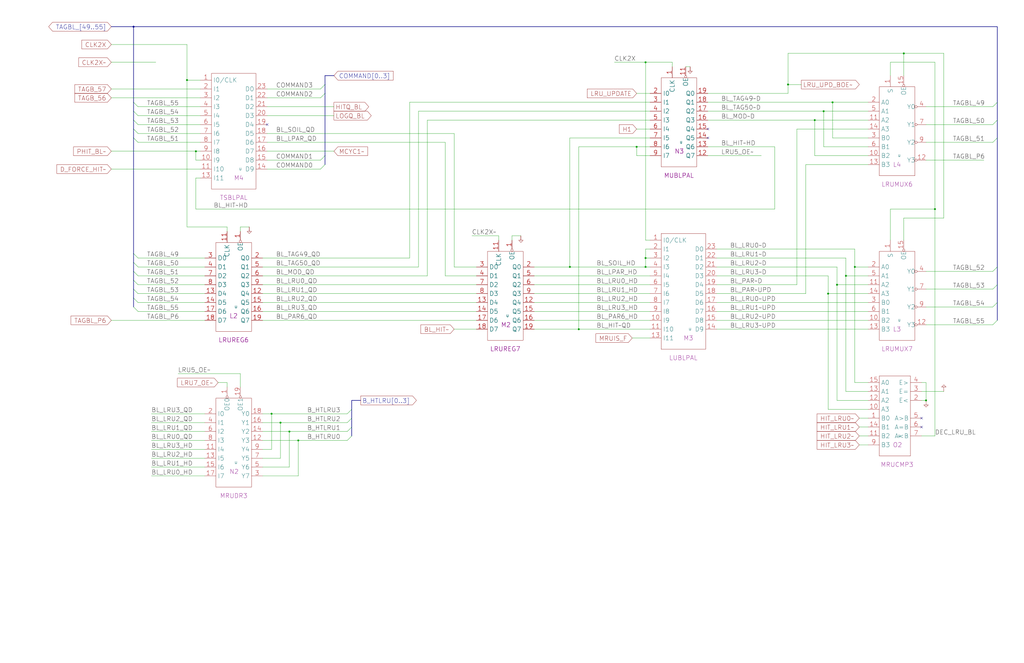
<source format=kicad_sch>
(kicad_sch (version 20220404) (generator eeschema)
  (paper "User" 584.2 378.46)
  (title_block (title "LRU LOGIC\\nPLANE B_LATE") (date "08-MAR-90") (rev "0.0") (comment 1 "MEM32 BOARD") (comment 2 "232-003066") (comment 3 "S400") (comment 4 "RELEASED"))
  (lib_symbols
    (symbol "r1000:F244" (pin_names (offset 1.016))
      (property "Reference" "U" (at 2.54 5.08 0))
      (property "Value" "F244" (at -3.81 -7.62 0))
      (property "Location" "___" (at -1.27 0 0))
      (property "Name" "______" (at 1.27 -15.24 0))
      (symbol "F244_1_1"
        (rectangle (start -8.89 41.91) (end 11.43 -8.89))
        (circle (center -2.54 42.545) (radius 0.635))
        (circle (center 5.08 42.545) (radius 0.635))
        (pin input line (at -2.54 48.26 270) (length 5.08) (name "OE0") (number "1"))
        (pin input line (at -15.24 12.7 0) (length 6.35) (name "I4") (number "11"))
        (pin tri_state line (at 17.78 17.78 180) (length 6.35) (name "Y3") (number "12"))
        (pin input line (at -15.24 7.62 0) (length 6.35) (name "I5") (number "13"))
        (pin tri_state line (at 17.78 22.86 180) (length 6.35) (name "Y2") (number "14"))
        (pin input line (at -15.24 2.54 0) (length 6.35) (name "I6") (number "15"))
        (pin tri_state line (at 17.78 27.94 180) (length 6.35) (name "Y1") (number "16"))
        (pin input line (at -15.24 -2.54 0) (length 6.35) (name "I7") (number "17"))
        (pin tri_state line (at 17.78 33.02 180) (length 6.35) (name "Y0") (number "18"))
        (pin input line (at 5.08 48.26 270) (length 5.08) (name "OE1") (number "19"))
        (pin input line (at -15.24 33.02 0) (length 6.35) (name "I0") (number "2"))
        (pin tri_state line (at 17.78 -2.54 180) (length 6.35) (name "Y7") (number "3"))
        (pin input line (at -15.24 27.94 0) (length 6.35) (name "I1") (number "4"))
        (pin tri_state line (at 17.78 2.54 180) (length 6.35) (name "Y6") (number "5"))
        (pin input line (at -15.24 22.86 0) (length 6.35) (name "I2") (number "6"))
        (pin tri_state line (at 17.78 7.62 180) (length 6.35) (name "Y5") (number "7"))
        (pin input line (at -15.24 17.78 0) (length 6.35) (name "I3") (number "8"))
        (pin tri_state line (at 17.78 12.7 180) (length 6.35) (name "Y4") (number "9"))
      )
    )
    (symbol "r1000:F258" (pin_names (offset 1.016))
      (property "Reference" "U" (at 2.54 5.08 0))
      (property "Value" "F258" (at -3.81 -5.08 0))
      (property "Location" "___" (at -1.27 0 0))
      (property "Name" "______" (at 1.27 -12.7 0))
      (symbol "F258_1_1"
        (rectangle (start -8.89 44.45) (end 11.43 -6.35))
        (circle (center 5.08 45.085) (radius 0.635))
        (circle (center 12.065 2.54) (radius 0.635))
        (circle (center 12.065 12.7) (radius 0.635))
        (circle (center 12.065 22.86) (radius 0.635))
        (circle (center 12.065 33.02) (radius 0.635))
        (pin input line (at -2.54 50.8 270) (length 6.35) (name "S") (number "1"))
        (pin input line (at -15.24 5.08 0) (length 6.35) (name "B2") (number "10"))
        (pin input line (at -15.24 25.4 0) (length 6.35) (name "A2") (number "11"))
        (pin tri_state line (at 17.78 2.54 180) (length 5.08) (name "Y3") (number "12"))
        (pin input line (at -15.24 0 0) (length 6.35) (name "B3") (number "13"))
        (pin input line (at -15.24 20.32 0) (length 6.35) (name "A3") (number "14"))
        (pin input line (at 5.08 50.8 270) (length 5.08) (name "OE") (number "15"))
        (pin input line (at -15.24 35.56 0) (length 6.35) (name "A0") (number "2"))
        (pin input line (at -15.24 15.24 0) (length 6.35) (name "B0") (number "3"))
        (pin tri_state line (at 17.78 33.02 180) (length 5.08) (name "Y0") (number "4"))
        (pin input line (at -15.24 30.48 0) (length 6.35) (name "A1") (number "5"))
        (pin input line (at -15.24 10.16 0) (length 6.35) (name "B1") (number "6"))
        (pin tri_state line (at 17.78 22.86 180) (length 5.08) (name "Y1") (number "7"))
        (pin tri_state line (at 17.78 12.7 180) (length 5.08) (name "Y2") (number "9"))
      )
    )
    (symbol "r1000:F374" (pin_names (offset 1.016))
      (property "Reference" "U" (at 2.54 5.08 0))
      (property "Value" "F374" (at -3.81 -7.62 0))
      (property "Location" "___" (at -1.27 0 0))
      (property "Name" "______" (at 1.27 -15.24 0))
      (symbol "F374_1_1"
        (rectangle (start -8.89 41.91) (end 11.43 -8.89))
        (circle (center 5.08 42.545) (radius 0.635))
        (pin input line (at 5.08 48.26 270) (length 5.08) (name "OE") (number "1"))
        (pin input line (at -2.54 48.26 270) (length 6.35) (name "CLK") (number "11"))
        (pin tri_state line (at 17.78 12.7 180) (length 6.35) (name "Q4") (number "12"))
        (pin input line (at -15.24 12.7 0) (length 6.35) (name "D4") (number "13"))
        (pin input line (at -15.24 7.62 0) (length 6.35) (name "D5") (number "14"))
        (pin tri_state line (at 17.78 7.62 180) (length 6.35) (name "Q5") (number "15"))
        (pin tri_state line (at 17.78 2.54 180) (length 6.35) (name "Q6") (number "16"))
        (pin input line (at -15.24 2.54 0) (length 6.35) (name "D6") (number "17"))
        (pin input line (at -15.24 -2.54 0) (length 6.35) (name "D7") (number "18"))
        (pin tri_state line (at 17.78 -2.54 180) (length 6.35) (name "Q7") (number "19"))
        (pin tri_state line (at 17.78 33.02 180) (length 6.35) (name "Q0") (number "2"))
        (pin input line (at -15.24 33.02 0) (length 6.35) (name "D0") (number "3"))
        (pin input line (at -15.24 27.94 0) (length 6.35) (name "D1") (number "4"))
        (pin tri_state line (at 17.78 27.94 180) (length 6.35) (name "Q1") (number "5"))
        (pin tri_state line (at 17.78 22.86 180) (length 6.35) (name "Q2") (number "6"))
        (pin input line (at -15.24 22.86 0) (length 6.35) (name "D2") (number "7"))
        (pin input line (at -15.24 17.78 0) (length 6.35) (name "D3") (number "8"))
        (pin tri_state line (at 17.78 17.78 180) (length 6.35) (name "Q3") (number "9"))
      )
    )
    (symbol "r1000:F85" (pin_names (offset 1.016))
      (property "Reference" "U" (at 2.54 5.08 0))
      (property "Value" "F85" (at -3.81 -5.08 0))
      (property "Location" "___" (at -1.27 0 0))
      (property "Name" "______" (at 1.27 -12.7 0))
      (symbol "F85_1_1"
        (rectangle (start -8.89 39.37) (end 8.89 -6.35))
        (pin input line (at -15.24 15.24 0) (length 6.35) (name "B0") (number "1"))
        (pin input line (at -15.24 20.32 0) (length 6.35) (name "A3") (number "10"))
        (pin input line (at -15.24 5.08 0) (length 6.35) (name "B2") (number "11"))
        (pin input line (at -15.24 25.4 0) (length 6.35) (name "A2") (number "12"))
        (pin input line (at -15.24 30.48 0) (length 6.35) (name "A1") (number "13"))
        (pin input line (at -15.24 10.16 0) (length 6.35) (name "B1") (number "14"))
        (pin input line (at -15.24 35.56 0) (length 6.35) (name "A0") (number "15"))
        (pin input line (at 15.24 25.4 180) (length 6.35) (name "E<") (number "2"))
        (pin input line (at 15.24 30.48 180) (length 6.35) (name "E=") (number "3"))
        (pin input line (at 15.24 35.56 180) (length 6.35) (name "E>") (number "4"))
        (pin output line (at 15.24 15.24 180) (length 6.35) (name "A>B") (number "5"))
        (pin output line (at 15.24 10.16 180) (length 6.35) (name "A=B") (number "6"))
        (pin output line (at 15.24 5.08 180) (length 6.35) (name "A<B") (number "7"))
        (pin input line (at -15.24 0 0) (length 6.35) (name "B3") (number "9"))
      )
    )
    (symbol "r1000:LUXXPAL" (pin_names (offset 1.016))
      (property "Reference" "U" (at 2.54 5.08 0))
      (property "Value" "LUXXPAL" (at -11.43 -5.08 0))
      (property "Location" "___" (at -1.27 0 0))
      (property "Name" "______" (at -1.27 -12.7 0))
      (symbol "LUXXPAL_1_1"
        (rectangle (start -13.97 59.69) (end 11.43 -6.35))
        (pin input line (at -20.32 55.88 0) (length 6.35) (name "I0/CLK") (number "1"))
        (pin input line (at -20.32 10.16 0) (length 6.35) (name "I9") (number "10"))
        (pin input line (at -20.32 5.08 0) (length 6.35) (name "I10") (number "11"))
        (pin input line (at -20.32 0 0) (length 6.35) (name "I11") (number "13"))
        (pin output line (at 17.78 5.08 180) (length 6.35) (name "D9") (number "14"))
        (pin output line (at 17.78 10.16 180) (length 6.35) (name "D8") (number "15"))
        (pin output line (at 17.78 15.24 180) (length 6.35) (name "D7") (number "16"))
        (pin output line (at 17.78 20.32 180) (length 6.35) (name "D6") (number "17"))
        (pin output line (at 17.78 25.4 180) (length 6.35) (name "D5") (number "18"))
        (pin output line (at 17.78 30.48 180) (length 6.35) (name "D4") (number "19"))
        (pin input line (at -20.32 50.8 0) (length 6.35) (name "I1") (number "2"))
        (pin output line (at 17.78 35.56 180) (length 6.35) (name "D3") (number "20"))
        (pin output line (at 17.78 40.64 180) (length 6.35) (name "D2") (number "21"))
        (pin output line (at 17.78 45.72 180) (length 6.35) (name "D1") (number "22"))
        (pin output line (at 17.78 50.8 180) (length 6.35) (name "D0") (number "23"))
        (pin input line (at -20.32 45.72 0) (length 6.35) (name "I2") (number "3"))
        (pin input line (at -20.32 40.64 0) (length 6.35) (name "I3") (number "4"))
        (pin input line (at -20.32 35.56 0) (length 6.35) (name "I4") (number "5"))
        (pin input line (at -20.32 30.48 0) (length 6.35) (name "I5") (number "6"))
        (pin input line (at -20.32 25.4 0) (length 6.35) (name "I6") (number "7"))
        (pin input line (at -20.32 20.32 0) (length 6.35) (name "I7") (number "8"))
        (pin input line (at -20.32 15.24 0) (length 6.35) (name "I8") (number "9"))
      )
    )
    (symbol "r1000:MUXLPAL" (pin_names (offset 1.016))
      (property "Reference" "U" (at 2.54 5.08 0))
      (property "Value" "MUXLPAL" (at -6.35 -7.62 0))
      (property "Location" "___" (at -1.27 0 0))
      (property "Name" "______" (at 1.27 -15.24 0))
      (symbol "MUXLPAL_1_1"
        (rectangle (start -8.89 41.91) (end 11.43 -8.89))
        (circle (center 5.08 42.545) (radius 0.635))
        (pin input line (at -2.54 48.26 270) (length 6.35) (name "CLK") (number "1"))
        (pin input line (at 5.08 48.26 270) (length 5.08) (name "OE") (number "11"))
        (pin output line (at 17.78 -2.54 180) (length 6.35) (name "Q7") (number "12"))
        (pin output line (at 17.78 2.54 180) (length 6.35) (name "Q6") (number "13"))
        (pin output line (at 17.78 7.62 180) (length 6.35) (name "Q5") (number "14"))
        (pin output line (at 17.78 12.7 180) (length 6.35) (name "Q4") (number "15"))
        (pin output line (at 17.78 17.78 180) (length 6.35) (name "Q3") (number "16"))
        (pin output line (at 17.78 22.86 180) (length 6.35) (name "Q2") (number "17"))
        (pin output line (at 17.78 27.94 180) (length 6.35) (name "Q1") (number "18"))
        (pin output line (at 17.78 33.02 180) (length 6.35) (name "Q0") (number "19"))
        (pin input line (at -15.24 33.02 0) (length 6.35) (name "I0") (number "2"))
        (pin input line (at -15.24 27.94 0) (length 6.35) (name "I1") (number "3"))
        (pin input line (at -15.24 22.86 0) (length 6.35) (name "I2") (number "4"))
        (pin input line (at -15.24 17.78 0) (length 6.35) (name "I3") (number "5"))
        (pin input line (at -15.24 12.7 0) (length 6.35) (name "I4") (number "6"))
        (pin input line (at -15.24 7.62 0) (length 6.35) (name "I5") (number "7"))
        (pin input line (at -15.24 2.54 0) (length 6.35) (name "I6") (number "8"))
        (pin input line (at -15.24 -2.54 0) (length 6.35) (name "I7") (number "9"))
      )
    )
    (symbol "r1000:PD" (power) (pin_numbers hide) (pin_names hide) (in_bom no)
      (symbol "PD_0_1"
        (polyline (pts (xy 0 -2.54) (xy 1.27 -2.54) (xy 0 -3.81) (xy -1.27 -2.54) (xy 0 -2.54)) (stroke (width 0.1524)))
      )
      (symbol "PD_1_1"
        (pin power_in line (at 0 0 270) (length 2.54) (name "PD") (number "1"))
      )
    )
    (symbol "r1000:PU" (power) (pin_numbers hide) (pin_names hide)
      (symbol "PU_0_1"
        (polyline (pts (xy 0 2.54) (xy -1.27 2.54) (xy 0 3.81) (xy 1.27 2.54) (xy 0 2.54)) (stroke (width 0.1524)))
      )
      (symbol "PU_1_1"
        (pin power_in line (at 0 0 90) (length 2.54) (name "PU") (number "1"))
      )
    )
    (symbol "r1000:TSXXPAL" (pin_names (offset 1.016))
      (property "Reference" "U" (at 2.54 5.08 0))
      (property "Value" "TSXXPAL" (at -11.43 -5.08 0))
      (property "Location" "___" (at -1.27 0 0))
      (property "Name" "______" (at -1.27 -12.7 0))
      (symbol "TSXXPAL_1_1"
        (rectangle (start -13.97 59.69) (end 11.43 -6.35))
        (pin input line (at -20.32 55.88 0) (length 6.35) (name "I0/CLK") (number "1"))
        (pin input line (at -20.32 10.16 0) (length 6.35) (name "I9") (number "10"))
        (pin input line (at -20.32 5.08 0) (length 6.35) (name "I10") (number "11"))
        (pin input line (at -20.32 0 0) (length 6.35) (name "I11") (number "13"))
        (pin input line (at 17.78 5.08 180) (length 6.35) (name "D9") (number "14"))
        (pin input line (at 17.78 10.16 180) (length 6.35) (name "D8") (number "15"))
        (pin input line (at 17.78 15.24 180) (length 6.35) (name "D7") (number "16"))
        (pin output line (at 17.78 20.32 180) (length 6.35) (name "D6") (number "17"))
        (pin output line (at 17.78 25.4 180) (length 6.35) (name "D5") (number "18"))
        (pin output line (at 17.78 30.48 180) (length 6.35) (name "D4") (number "19"))
        (pin input line (at -20.32 50.8 0) (length 6.35) (name "I1") (number "2"))
        (pin output line (at 17.78 35.56 180) (length 6.35) (name "D3") (number "20"))
        (pin output line (at 17.78 40.64 180) (length 6.35) (name "D2") (number "21"))
        (pin input line (at 17.78 45.72 180) (length 6.35) (name "D1") (number "22"))
        (pin input line (at 17.78 50.8 180) (length 6.35) (name "D0") (number "23"))
        (pin input line (at -20.32 45.72 0) (length 6.35) (name "I2") (number "3"))
        (pin input line (at -20.32 40.64 0) (length 6.35) (name "I3") (number "4"))
        (pin input line (at -20.32 35.56 0) (length 6.35) (name "I4") (number "5"))
        (pin input line (at -20.32 30.48 0) (length 6.35) (name "I5") (number "6"))
        (pin input line (at -20.32 25.4 0) (length 6.35) (name "I6") (number "7"))
        (pin input line (at -20.32 20.32 0) (length 6.35) (name "I7") (number "8"))
        (pin input line (at -20.32 15.24 0) (length 6.35) (name "I8") (number "9"))
      )
    )
  )
  (junction (at 474.98 58.42))
  (junction (at 528.32 228.6))
  (junction (at 325.12 152.4))
  (junction (at 76.2 15.24))
  (junction (at 160.02 241.3))
  (junction (at 464.82 68.58))
  (junction (at 106.68 45.72))
  (junction (at 368.3 147.32))
  (junction (at 482.6 157.48))
  (junction (at 469.9 63.5))
  (junction (at 368.3 35.56))
  (junction (at 330.2 187.96))
  (junction (at 472.44 167.64))
  (junction (at 170.18 251.46))
  (junction (at 111.76 86.36))
  (junction (at 487.68 152.4))
  (junction (at 515.62 30.48))
  (junction (at 154.94 236.22))
  (junction (at 477.52 162.56))
  (junction (at 363.22 83.82))
  (junction (at 533.4 119.38))
  (junction (at 449.58 48.26))
  (junction (at 368.3 152.4))
  (junction (at 165.1 246.38))
  (no_connect (at 525.78 238.76))
  (no_connect (at 525.78 243.84))
  (no_connect (at 403.86 73.66))
  (no_connect (at 152.4 71.12))
  (no_connect (at 403.86 78.74))
  (bus_entry (at 200.66 233.68) (size -2.54 2.54))
  (bus_entry (at 76.2 78.74) (size 2.54 2.54))
  (bus_entry (at 76.2 144.78) (size 2.54 2.54))
  (bus_entry (at 185.42 88.9) (size -2.54 2.54))
  (bus_entry (at 185.42 48.26) (size -2.54 2.54))
  (bus_entry (at 76.2 170.18) (size 2.54 2.54))
  (bus_entry (at 568.96 152.4) (size -2.54 2.54))
  (bus_entry (at 568.96 58.42) (size -2.54 2.54))
  (bus_entry (at 200.66 238.76) (size -2.54 2.54))
  (bus_entry (at 76.2 165.1) (size 2.54 2.54))
  (bus_entry (at 185.42 53.34) (size -2.54 2.54))
  (bus_entry (at 76.2 149.86) (size 2.54 2.54))
  (bus_entry (at 76.2 175.26) (size 2.54 2.54))
  (bus_entry (at 76.2 63.5) (size 2.54 2.54))
  (bus_entry (at 76.2 154.94) (size 2.54 2.54))
  (bus_entry (at 568.96 162.56) (size -2.54 2.54))
  (bus_entry (at 76.2 68.58) (size 2.54 2.54))
  (bus_entry (at 568.96 68.58) (size -2.54 2.54))
  (bus_entry (at 200.66 248.92) (size -2.54 2.54))
  (bus_entry (at 76.2 73.66) (size 2.54 2.54))
  (bus_entry (at 200.66 243.84) (size -2.54 2.54))
  (bus_entry (at 185.42 93.98) (size -2.54 2.54))
  (bus_entry (at 76.2 58.42) (size 2.54 2.54))
  (bus_entry (at 568.96 78.74) (size -2.54 2.54))
  (bus_entry (at 568.96 172.72) (size -2.54 2.54))
  (bus_entry (at 568.96 182.88) (size -2.54 2.54))
  (bus_entry (at 76.2 160.02) (size 2.54 2.54))
  (wire (pts (xy 142.24 129.54) (xy 137.16 129.54)))
  (wire (pts (xy 259.08 152.4) (xy 259.08 76.2)))
  (wire (pts (xy 137.16 213.36) (xy 137.16 220.98)))
  (wire (pts (xy 370.84 88.9) (xy 363.22 88.9)))
  (bus (pts (xy 76.2 15.24) (xy 568.96 15.24)))
  (wire (pts (xy 149.86 236.22) (xy 154.94 236.22)))
  (wire (pts (xy 464.82 68.58) (xy 495.3 68.58)))
  (bus (pts (xy 568.96 58.42) (xy 568.96 68.58)))
  (wire (pts (xy 363.22 83.82) (xy 370.84 83.82)))
  (wire (pts (xy 111.76 101.6) (xy 114.3 101.6)))
  (wire (pts (xy 449.58 48.26) (xy 449.58 53.34)))
  (wire (pts (xy 101.6 213.36) (xy 137.16 213.36)))
  (wire (pts (xy 129.54 129.54) (xy 106.68 129.54)))
  (wire (pts (xy 149.86 182.88) (xy 271.78 182.88)))
  (wire (pts (xy 515.62 30.48) (xy 515.62 43.18)))
  (wire (pts (xy 482.6 157.48) (xy 482.6 147.32)))
  (bus (pts (xy 185.42 88.9) (xy 185.42 93.98)))
  (wire (pts (xy 86.36 246.38) (xy 116.84 246.38)))
  (wire (pts (xy 464.82 88.9) (xy 464.82 68.58)))
  (bus (pts (xy 568.96 152.4) (xy 568.96 162.56)))
  (wire (pts (xy 86.36 251.46) (xy 116.84 251.46)))
  (wire (pts (xy 284.48 134.62) (xy 284.48 137.16)))
  (wire (pts (xy 152.4 60.96) (xy 190.5 60.96)))
  (bus (pts (xy 200.66 228.6) (xy 205.74 228.6)))
  (wire (pts (xy 469.9 63.5) (xy 495.3 63.5)))
  (wire (pts (xy 106.68 45.72) (xy 114.3 45.72)))
  (wire (pts (xy 152.4 66.04) (xy 190.5 66.04)))
  (wire (pts (xy 469.9 83.82) (xy 495.3 83.82)))
  (wire (pts (xy 292.1 134.62) (xy 292.1 137.16)))
  (wire (pts (xy 515.62 30.48) (xy 449.58 30.48)))
  (wire (pts (xy 325.12 152.4) (xy 368.3 152.4)))
  (wire (pts (xy 149.86 172.72) (xy 271.78 172.72)))
  (wire (pts (xy 474.98 78.74) (xy 474.98 58.42)))
  (wire (pts (xy 86.36 256.54) (xy 116.84 256.54)))
  (wire (pts (xy 86.36 271.78) (xy 116.84 271.78)))
  (bus (pts (xy 200.66 228.6) (xy 200.66 233.68)))
  (wire (pts (xy 472.44 167.64) (xy 472.44 157.48)))
  (bus (pts (xy 200.66 238.76) (xy 200.66 243.84)))
  (wire (pts (xy 330.2 187.96) (xy 330.2 83.82)))
  (bus (pts (xy 190.5 43.18) (xy 185.42 43.18)))
  (wire (pts (xy 490.22 243.84) (xy 495.3 243.84)))
  (wire (pts (xy 370.84 58.42) (xy 233.68 58.42)))
  (wire (pts (xy 538.48 124.46) (xy 538.48 30.48)))
  (wire (pts (xy 449.58 30.48) (xy 449.58 48.26)))
  (wire (pts (xy 137.16 129.54) (xy 137.16 132.08)))
  (wire (pts (xy 363.22 73.66) (xy 370.84 73.66)))
  (wire (pts (xy 78.74 76.2) (xy 114.3 76.2)))
  (wire (pts (xy 269.24 134.62) (xy 284.48 134.62)))
  (wire (pts (xy 124.46 218.44) (xy 129.54 218.44)))
  (wire (pts (xy 325.12 78.74) (xy 370.84 78.74)))
  (wire (pts (xy 233.68 58.42) (xy 233.68 147.32)))
  (wire (pts (xy 477.52 162.56) (xy 477.52 228.6)))
  (wire (pts (xy 370.84 68.58) (xy 243.84 68.58)))
  (wire (pts (xy 271.78 152.4) (xy 259.08 152.4)))
  (wire (pts (xy 254 157.48) (xy 254 81.28)))
  (wire (pts (xy 304.8 152.4) (xy 325.12 152.4)))
  (wire (pts (xy 528.32 218.44) (xy 528.32 228.6)))
  (wire (pts (xy 259.08 76.2) (xy 152.4 76.2)))
  (wire (pts (xy 78.74 162.56) (xy 116.84 162.56)))
  (wire (pts (xy 78.74 157.48) (xy 116.84 157.48)))
  (wire (pts (xy 508 35.56) (xy 508 43.18)))
  (wire (pts (xy 403.86 63.5) (xy 469.9 63.5)))
  (wire (pts (xy 487.68 152.4) (xy 487.68 218.44)))
  (wire (pts (xy 403.86 58.42) (xy 474.98 58.42)))
  (wire (pts (xy 528.32 185.42) (xy 566.42 185.42)))
  (wire (pts (xy 170.18 271.78) (xy 170.18 251.46)))
  (wire (pts (xy 111.76 119.38) (xy 111.76 101.6)))
  (wire (pts (xy 408.94 182.88) (xy 495.3 182.88)))
  (bus (pts (xy 200.66 243.84) (xy 200.66 248.92)))
  (wire (pts (xy 487.68 218.44) (xy 495.3 218.44)))
  (wire (pts (xy 149.86 241.3) (xy 160.02 241.3)))
  (wire (pts (xy 304.8 157.48) (xy 370.84 157.48)))
  (wire (pts (xy 477.52 228.6) (xy 495.3 228.6)))
  (wire (pts (xy 86.36 261.62) (xy 116.84 261.62)))
  (wire (pts (xy 149.86 261.62) (xy 160.02 261.62)))
  (bus (pts (xy 76.2 15.24) (xy 76.2 58.42)))
  (wire (pts (xy 368.3 35.56) (xy 368.3 137.16)))
  (wire (pts (xy 408.94 142.24) (xy 487.68 142.24)))
  (wire (pts (xy 487.68 142.24) (xy 487.68 152.4)))
  (wire (pts (xy 525.78 248.92) (xy 533.4 248.92)))
  (wire (pts (xy 154.94 256.54) (xy 154.94 236.22)))
  (bus (pts (xy 63.5 15.24) (xy 76.2 15.24)))
  (bus (pts (xy 76.2 154.94) (xy 76.2 160.02)))
  (wire (pts (xy 454.66 162.56) (xy 454.66 73.66)))
  (bus (pts (xy 76.2 149.86) (xy 76.2 154.94)))
  (wire (pts (xy 528.32 60.96) (xy 566.42 60.96)))
  (wire (pts (xy 487.68 152.4) (xy 495.3 152.4)))
  (wire (pts (xy 490.22 254) (xy 495.3 254)))
  (wire (pts (xy 63.5 96.52) (xy 114.3 96.52)))
  (wire (pts (xy 304.8 182.88) (xy 370.84 182.88)))
  (wire (pts (xy 78.74 147.32) (xy 116.84 147.32)))
  (bus (pts (xy 568.96 15.24) (xy 568.96 58.42)))
  (wire (pts (xy 78.74 81.28) (xy 114.3 81.28)))
  (wire (pts (xy 528.32 71.12) (xy 566.42 71.12)))
  (wire (pts (xy 129.54 218.44) (xy 129.54 220.98)))
  (wire (pts (xy 304.8 187.96) (xy 330.2 187.96)))
  (wire (pts (xy 86.36 266.7) (xy 116.84 266.7)))
  (bus (pts (xy 76.2 160.02) (xy 76.2 165.1)))
  (wire (pts (xy 368.3 152.4) (xy 370.84 152.4)))
  (wire (pts (xy 149.86 251.46) (xy 170.18 251.46)))
  (wire (pts (xy 528.32 81.28) (xy 566.42 81.28)))
  (bus (pts (xy 568.96 172.72) (xy 568.96 182.88)))
  (bus (pts (xy 76.2 58.42) (xy 76.2 63.5)))
  (wire (pts (xy 403.86 68.58) (xy 464.82 68.58)))
  (wire (pts (xy 149.86 271.78) (xy 170.18 271.78)))
  (wire (pts (xy 482.6 223.52) (xy 482.6 157.48)))
  (wire (pts (xy 160.02 241.3) (xy 198.12 241.3)))
  (wire (pts (xy 304.8 177.8) (xy 370.84 177.8)))
  (wire (pts (xy 149.86 246.38) (xy 165.1 246.38)))
  (wire (pts (xy 403.86 83.82) (xy 441.96 83.82)))
  (wire (pts (xy 149.86 256.54) (xy 154.94 256.54)))
  (wire (pts (xy 490.22 248.92) (xy 495.3 248.92)))
  (bus (pts (xy 568.96 162.56) (xy 568.96 172.72)))
  (wire (pts (xy 474.98 58.42) (xy 495.3 58.42)))
  (wire (pts (xy 350.52 35.56) (xy 368.3 35.56)))
  (wire (pts (xy 165.1 266.7) (xy 165.1 246.38)))
  (bus (pts (xy 76.2 73.66) (xy 76.2 78.74)))
  (wire (pts (xy 454.66 73.66) (xy 495.3 73.66)))
  (wire (pts (xy 515.62 137.16) (xy 515.62 124.46)))
  (wire (pts (xy 111.76 86.36) (xy 114.3 86.36)))
  (bus (pts (xy 185.42 53.34) (xy 185.42 88.9)))
  (wire (pts (xy 114.3 91.44) (xy 111.76 91.44)))
  (wire (pts (xy 368.3 137.16) (xy 370.84 137.16)))
  (wire (pts (xy 78.74 71.12) (xy 114.3 71.12)))
  (wire (pts (xy 63.5 182.88) (xy 116.84 182.88)))
  (wire (pts (xy 86.36 241.3) (xy 116.84 241.3)))
  (wire (pts (xy 149.86 177.8) (xy 271.78 177.8)))
  (wire (pts (xy 360.68 193.04) (xy 370.84 193.04)))
  (bus (pts (xy 76.2 144.78) (xy 76.2 149.86)))
  (wire (pts (xy 515.62 124.46) (xy 538.48 124.46)))
  (wire (pts (xy 243.84 157.48) (xy 149.86 157.48)))
  (wire (pts (xy 297.18 134.62) (xy 292.1 134.62)))
  (wire (pts (xy 477.52 152.4) (xy 477.52 162.56)))
  (bus (pts (xy 568.96 78.74) (xy 568.96 152.4)))
  (wire (pts (xy 304.8 167.64) (xy 370.84 167.64)))
  (bus (pts (xy 76.2 170.18) (xy 76.2 175.26)))
  (wire (pts (xy 243.84 68.58) (xy 243.84 157.48)))
  (wire (pts (xy 368.3 35.56) (xy 383.54 35.56)))
  (wire (pts (xy 106.68 129.54) (xy 106.68 45.72)))
  (wire (pts (xy 149.86 266.7) (xy 165.1 266.7)))
  (wire (pts (xy 149.86 152.4) (xy 238.76 152.4)))
  (wire (pts (xy 233.68 147.32) (xy 149.86 147.32)))
  (wire (pts (xy 533.4 119.38) (xy 508 119.38)))
  (wire (pts (xy 383.54 35.56) (xy 383.54 38.1)))
  (wire (pts (xy 508 119.38) (xy 508 137.16)))
  (wire (pts (xy 363.22 88.9) (xy 363.22 83.82)))
  (wire (pts (xy 528.32 165.1) (xy 566.42 165.1)))
  (wire (pts (xy 533.4 35.56) (xy 533.4 119.38)))
  (wire (pts (xy 525.78 228.6) (xy 528.32 228.6)))
  (wire (pts (xy 78.74 172.72) (xy 116.84 172.72)))
  (wire (pts (xy 63.5 25.4) (xy 106.68 25.4)))
  (wire (pts (xy 259.08 187.96) (xy 271.78 187.96)))
  (wire (pts (xy 408.94 167.64) (xy 459.74 167.64)))
  (wire (pts (xy 495.3 78.74) (xy 474.98 78.74)))
  (wire (pts (xy 472.44 157.48) (xy 408.94 157.48)))
  (wire (pts (xy 149.86 167.64) (xy 271.78 167.64)))
  (bus (pts (xy 200.66 233.68) (xy 200.66 238.76)))
  (wire (pts (xy 63.5 55.88) (xy 114.3 55.88)))
  (wire (pts (xy 78.74 177.8) (xy 116.84 177.8)))
  (wire (pts (xy 472.44 233.68) (xy 472.44 167.64)))
  (wire (pts (xy 408.94 177.8) (xy 495.3 177.8)))
  (wire (pts (xy 330.2 187.96) (xy 370.84 187.96)))
  (wire (pts (xy 254 81.28) (xy 152.4 81.28)))
  (wire (pts (xy 408.94 172.72) (xy 495.3 172.72)))
  (wire (pts (xy 368.3 142.24) (xy 368.3 147.32)))
  (wire (pts (xy 528.32 175.26) (xy 566.42 175.26)))
  (wire (pts (xy 160.02 261.62) (xy 160.02 241.3)))
  (wire (pts (xy 325.12 152.4) (xy 325.12 78.74)))
  (wire (pts (xy 152.4 50.8) (xy 182.88 50.8)))
  (wire (pts (xy 271.78 157.48) (xy 254 157.48)))
  (wire (pts (xy 459.74 93.98) (xy 495.3 93.98)))
  (wire (pts (xy 149.86 162.56) (xy 271.78 162.56)))
  (wire (pts (xy 408.94 187.96) (xy 495.3 187.96)))
  (wire (pts (xy 538.48 30.48) (xy 515.62 30.48)))
  (wire (pts (xy 391.16 38.1) (xy 393.7 38.1)))
  (bus (pts (xy 76.2 68.58) (xy 76.2 73.66)))
  (wire (pts (xy 441.96 83.82) (xy 441.96 119.38)))
  (bus (pts (xy 568.96 68.58) (xy 568.96 78.74)))
  (wire (pts (xy 78.74 60.96) (xy 114.3 60.96)))
  (wire (pts (xy 482.6 157.48) (xy 495.3 157.48)))
  (wire (pts (xy 370.84 142.24) (xy 368.3 142.24)))
  (wire (pts (xy 170.18 251.46) (xy 198.12 251.46)))
  (wire (pts (xy 304.8 162.56) (xy 370.84 162.56)))
  (wire (pts (xy 403.86 88.9) (xy 434.34 88.9)))
  (wire (pts (xy 477.52 162.56) (xy 495.3 162.56)))
  (wire (pts (xy 368.3 147.32) (xy 368.3 152.4)))
  (bus (pts (xy 76.2 165.1) (xy 76.2 170.18)))
  (wire (pts (xy 154.94 236.22) (xy 198.12 236.22)))
  (wire (pts (xy 495.3 223.52) (xy 482.6 223.52)))
  (wire (pts (xy 408.94 152.4) (xy 477.52 152.4)))
  (wire (pts (xy 165.1 246.38) (xy 198.12 246.38)))
  (wire (pts (xy 63.5 50.8) (xy 114.3 50.8)))
  (wire (pts (xy 363.22 53.34) (xy 370.84 53.34)))
  (wire (pts (xy 472.44 167.64) (xy 495.3 167.64)))
  (wire (pts (xy 78.74 66.04) (xy 114.3 66.04)))
  (wire (pts (xy 525.78 218.44) (xy 528.32 218.44)))
  (wire (pts (xy 449.58 48.26) (xy 457.2 48.26)))
  (wire (pts (xy 508 35.56) (xy 533.4 35.56)))
  (wire (pts (xy 152.4 91.44) (xy 182.88 91.44)))
  (bus (pts (xy 185.42 43.18) (xy 185.42 48.26)))
  (wire (pts (xy 86.36 236.22) (xy 116.84 236.22)))
  (wire (pts (xy 238.76 63.5) (xy 370.84 63.5)))
  (wire (pts (xy 490.22 238.76) (xy 495.3 238.76)))
  (wire (pts (xy 63.5 86.36) (xy 111.76 86.36)))
  (wire (pts (xy 111.76 91.44) (xy 111.76 86.36)))
  (wire (pts (xy 129.54 132.08) (xy 129.54 129.54)))
  (wire (pts (xy 408.94 162.56) (xy 454.66 162.56)))
  (bus (pts (xy 185.42 48.26) (xy 185.42 53.34)))
  (wire (pts (xy 528.32 91.44) (xy 561.34 91.44)))
  (wire (pts (xy 238.76 152.4) (xy 238.76 63.5)))
  (wire (pts (xy 152.4 96.52) (xy 182.88 96.52)))
  (wire (pts (xy 106.68 25.4) (xy 106.68 45.72)))
  (wire (pts (xy 525.78 223.52) (xy 538.48 223.52)))
  (wire (pts (xy 533.4 119.38) (xy 533.4 248.92)))
  (wire (pts (xy 469.9 63.5) (xy 469.9 83.82)))
  (wire (pts (xy 403.86 53.34) (xy 449.58 53.34)))
  (wire (pts (xy 528.32 154.94) (xy 566.42 154.94)))
  (wire (pts (xy 459.74 167.64) (xy 459.74 93.98)))
  (wire (pts (xy 78.74 167.64) (xy 116.84 167.64)))
  (bus (pts (xy 76.2 78.74) (xy 76.2 144.78)))
  (wire (pts (xy 441.96 119.38) (xy 111.76 119.38)))
  (wire (pts (xy 78.74 152.4) (xy 116.84 152.4)))
  (wire (pts (xy 482.6 147.32) (xy 408.94 147.32)))
  (wire (pts (xy 495.3 88.9) (xy 464.82 88.9)))
  (wire (pts (xy 152.4 86.36) (xy 190.5 86.36)))
  (wire (pts (xy 304.8 172.72) (xy 370.84 172.72)))
  (wire (pts (xy 152.4 55.88) (xy 182.88 55.88)))
  (wire (pts (xy 330.2 83.82) (xy 363.22 83.82)))
  (wire (pts (xy 368.3 147.32) (xy 370.84 147.32)))
  (wire (pts (xy 63.5 35.56) (xy 88.9 35.56)))
  (wire (pts (xy 495.3 233.68) (xy 472.44 233.68)))
  (bus (pts (xy 76.2 63.5) (xy 76.2 68.58)))
  (label "TAGBL_52" (at 83.82 162.56 0) (effects (font (size 2.54 2.54))))
  (label "TAGBL_49" (at 83.82 147.32 0) (effects (font (size 2.54 2.54))))
  (label "BL_LRU0~D" (at 416.56 142.24 0) (effects (font (size 2.54 2.54))))
  (label "COMMAND1" (at 157.48 91.44 0) (effects (font (size 2.54 2.54))))
  (label "BL_SOIL_QD" (at 157.48 76.2 0) (effects (font (size 2.54 2.54))))
  (label "BL_PAR6_QD" (at 157.48 182.88 0) (effects (font (size 2.54 2.54))))
  (label "BL_MOD_QD" (at 157.48 157.48 0) (effects (font (size 2.54 2.54))))
  (label "TAGBL_55" (at 543.56 185.42 0) (effects (font (size 2.54 2.54))))
  (label "BL_TAG49~D" (at 411.48 58.42 0) (effects (font (size 2.54 2.54))))
  (label "BL_TAG50_QD" (at 157.48 152.4 0) (effects (font (size 2.54 2.54))))
  (label "BL_TAG50~D" (at 411.48 63.5 0) (effects (font (size 2.54 2.54))))
  (label "BL_LRU2_HD" (at 86.36 261.62 0) (effects (font (size 2.54 2.54))))
  (label "LRU5_OE~" (at 411.48 88.9 0) (effects (font (size 2.54 2.54))))
  (label "B_HTLRU3" (at 175.26 236.22 0) (effects (font (size 2.54 2.54))))
  (label "TAGBL_P6" (at 543.56 91.44 0) (effects (font (size 2.54 2.54))))
  (label "BL_SOIL_HD" (at 340.36 152.4 0) (effects (font (size 2.54 2.54))))
  (label "BL_LRU1_QD" (at 157.48 167.64 0) (effects (font (size 2.54 2.54))))
  (label "BL_LRU1~UPD" (at 416.56 177.8 0) (effects (font (size 2.54 2.54))))
  (label "BL_LRU3_HD" (at 86.36 256.54 0) (effects (font (size 2.54 2.54))))
  (label "BL_LRU2_QD" (at 157.48 172.72 0) (effects (font (size 2.54 2.54))))
  (label "B_HTLRU2" (at 175.26 241.3 0) (effects (font (size 2.54 2.54))))
  (label "BL_LRU3~D" (at 416.56 157.48 0) (effects (font (size 2.54 2.54))))
  (label "CLK2X" (at 350.52 35.56 0) (effects (font (size 2.54 2.54))))
  (label "TAGBL_52" (at 83.82 76.2 0) (effects (font (size 2.54 2.54))))
  (label "COMMAND3" (at 157.48 50.8 0) (effects (font (size 2.54 2.54))))
  (label "BL_LRU3_HD" (at 340.36 177.8 0) (effects (font (size 2.54 2.54))))
  (label "BL_LRU2_HD" (at 340.36 172.72 0) (effects (font (size 2.54 2.54))))
  (label "TAGBL_49" (at 543.56 60.96 0) (effects (font (size 2.54 2.54))))
  (label "BL_LRU1_QD" (at 86.36 246.38 0) (effects (font (size 2.54 2.54))))
  (label "LRU5_OE~" (at 101.6 213.36 0) (effects (font (size 2.54 2.54))))
  (label "TAGBL_P6" (at 83.82 182.88 0) (effects (font (size 2.54 2.54))))
  (label "BL_LRU0_HD" (at 340.36 162.56 0) (effects (font (size 2.54 2.54))))
  (label "B_HTLRU1" (at 175.26 246.38 0) (effects (font (size 2.54 2.54))))
  (label "BL_LRU3_QD" (at 86.36 236.22 0) (effects (font (size 2.54 2.54))))
  (label "BL_TAG49_QD" (at 157.48 147.32 0) (effects (font (size 2.54 2.54))))
  (label "COMMAND0" (at 157.48 96.52 0) (effects (font (size 2.54 2.54))))
  (label "BL_LRU1~D" (at 416.56 147.32 0) (effects (font (size 2.54 2.54))))
  (label "BL_LRU0_QD" (at 86.36 251.46 0) (effects (font (size 2.54 2.54))))
  (label "BL_LRU0~UPD" (at 416.56 172.72 0) (effects (font (size 2.54 2.54))))
  (label "BL_LPAR_HD" (at 340.36 157.48 0) (effects (font (size 2.54 2.54))))
  (label "TAGBL_53" (at 83.82 71.12 0) (effects (font (size 2.54 2.54))))
  (label "BL_LRU2~D" (at 416.56 152.4 0) (effects (font (size 2.54 2.54))))
  (label "BL_LRU0_QD" (at 157.48 162.56 0) (effects (font (size 2.54 2.54))))
  (label "B_HTLRU0" (at 175.26 251.46 0) (effects (font (size 2.54 2.54))))
  (label "TAGBL_53" (at 543.56 165.1 0) (effects (font (size 2.54 2.54))))
  (label "BL_PAR~UPD" (at 416.56 167.64 0) (effects (font (size 2.54 2.54))))
  (label "BL_HIT~QD" (at 340.36 187.96 0) (effects (font (size 2.54 2.54))))
  (label "DEC_LRU_BL" (at 533.4 248.92 0) (effects (font (size 2.54 2.54))))
  (label "TAGBL_55" (at 83.82 60.96 0) (effects (font (size 2.54 2.54))))
  (label "BL_PAR6_HD" (at 340.36 182.88 0) (effects (font (size 2.54 2.54))))
  (label "TAGBL_53" (at 83.82 167.64 0) (effects (font (size 2.54 2.54))))
  (label "TAGBL_54" (at 83.82 172.72 0) (effects (font (size 2.54 2.54))))
  (label "BL_LRU0_HD" (at 86.36 271.78 0) (effects (font (size 2.54 2.54))))
  (label "BL_PAR~D" (at 416.56 162.56 0) (effects (font (size 2.54 2.54))))
  (label "BL_HIT~HD" (at 121.92 119.38 0) (effects (font (size 2.54 2.54))))
  (label "BL_LRU2~UPD" (at 416.56 182.88 0) (effects (font (size 2.54 2.54))))
  (label "BL_LRU3_QD" (at 157.48 177.8 0) (effects (font (size 2.54 2.54))))
  (label "BL_LRU3~UPD" (at 416.56 187.96 0) (effects (font (size 2.54 2.54))))
  (label "BL_HIT~HD" (at 411.48 83.82 0) (effects (font (size 2.54 2.54))))
  (label "TAGBL_50" (at 83.82 152.4 0) (effects (font (size 2.54 2.54))))
  (label "BL_MOD~D" (at 411.48 68.58 0) (effects (font (size 2.54 2.54))))
  (label "TAGBL_51" (at 83.82 81.28 0) (effects (font (size 2.54 2.54))))
  (label "BL_LRU1_HD" (at 340.36 167.64 0) (effects (font (size 2.54 2.54))))
  (label "BL_LRU2_QD" (at 86.36 241.3 0) (effects (font (size 2.54 2.54))))
  (label "TAGBL_54" (at 543.56 175.26 0) (effects (font (size 2.54 2.54))))
  (label "TAGBL_52" (at 543.56 154.94 0) (effects (font (size 2.54 2.54))))
  (label "TAGBL_51" (at 83.82 157.48 0) (effects (font (size 2.54 2.54))))
  (label "CLK2X~" (at 269.24 134.62 0) (effects (font (size 2.54 2.54))))
  (label "COMMAND2" (at 157.48 55.88 0) (effects (font (size 2.54 2.54))))
  (label "TAGBL_50" (at 543.56 71.12 0) (effects (font (size 2.54 2.54))))
  (label "TAGBL_51" (at 543.56 81.28 0) (effects (font (size 2.54 2.54))))
  (label "BL_LPAR_QD" (at 157.48 81.28 0) (effects (font (size 2.54 2.54))))
  (label "BL_LRU1_HD" (at 86.36 266.7 0) (effects (font (size 2.54 2.54))))
  (label "TAGBL_54" (at 83.82 66.04 0) (effects (font (size 2.54 2.54))))
  (label "TAGBL_55" (at 83.82 177.8 0) (effects (font (size 2.54 2.54))))
  (global_label "H1" (shape input) (at 363.22 73.66 180) (effects (font (size 2.54 2.54))) (property "Intersheet References" "${INTERSHEET_REFS}" (at 353.314 73.5013 0) (effects (font (size 1.905 1.905)) (justify right))))
  (global_label "HIT_LRU0~" (shape input) (at 490.22 238.76 180) (effects (font (size 2.54 2.54))) (property "Intersheet References" "${INTERSHEET_REFS}" (at 466.1626 238.6013 0) (effects (font (size 1.905 1.905)) (justify right))))
  (global_label "CLK2X~" (shape input) (at 63.5 35.56 180) (effects (font (size 2.54 2.54))) (property "Intersheet References" "${INTERSHEET_REFS}" (at 39.9264 35.4013 0) (effects (font (size 1.905 1.905)) (justify right))))
  (global_label "COMMAND[0..3]" (shape input) (at 190.5 43.18 0) (effects (font (size 2.54 2.54))) (property "Intersheet References" "${INTERSHEET_REFS}" (at 224.3546 43.0213 0) (effects (font (size 1.905 1.905)) (justify left))))
  (global_label "PHIT_BL~" (shape input) (at 63.5 86.36 180) (effects (font (size 2.54 2.54))) (property "Intersheet References" "${INTERSHEET_REFS}" (at 41.9826 86.2013 0) (effects (font (size 1.905 1.905)) (justify right))))
  (global_label "CLK2X" (shape input) (at 63.5 25.4 180) (effects (font (size 2.54 2.54))) (property "Intersheet References" "${INTERSHEET_REFS}" (at 39.8054 25.2413 0) (effects (font (size 1.905 1.905)) (justify right))))
  (global_label "HIT_LRU2~" (shape input) (at 490.22 248.92 180) (effects (font (size 2.54 2.54))) (property "Intersheet References" "${INTERSHEET_REFS}" (at 466.1626 248.7613 0) (effects (font (size 1.905 1.905)) (justify right))))
  (global_label "LOGQ_BL" (shape output) (at 190.5 66.04 0) (effects (font (size 2.54 2.54))) (property "Intersheet References" "${INTERSHEET_REFS}" (at 211.7755 65.8813 0) (effects (font (size 1.905 1.905)) (justify left))))
  (global_label "MCYC1~" (shape input) (at 190.5 86.36 0) (effects (font (size 2.54 2.54))) (property "Intersheet References" "${INTERSHEET_REFS}" (at 209.7193 86.2013 0) (effects (font (size 1.905 1.905)) (justify left))))
  (global_label "MRUIS_F" (shape input) (at 360.68 193.04 180) (effects (font (size 2.54 2.54))) (property "Intersheet References" "${INTERSHEET_REFS}" (at 340.0092 192.8813 0) (effects (font (size 1.905 1.905)) (justify right))))
  (global_label "TAGBL_P6" (shape input) (at 63.5 182.88 180) (effects (font (size 2.54 2.54))) (property "Intersheet References" "${INTERSHEET_REFS}" (at 40.5311 182.7213 0) (effects (font (size 1.905 1.905)) (justify right))))
  (global_label "TAGB_56" (shape input) (at 63.5 55.88 180) (effects (font (size 2.54 2.54))) (property "Intersheet References" "${INTERSHEET_REFS}" (at 42.7083 55.7213 0) (effects (font (size 1.905 1.905)) (justify right))))
  (global_label "HITQ_BL" (shape output) (at 190.5 60.96 0) (effects (font (size 2.54 2.54))) (property "Intersheet References" "${INTERSHEET_REFS}" (at 210.3241 60.8013 0) (effects (font (size 1.905 1.905)) (justify left))))
  (global_label "LRU7_OE~" (shape input) (at 124.46 218.44 180) (effects (font (size 2.54 2.54))) (property "Intersheet References" "${INTERSHEET_REFS}" (at 101.2492 218.2813 0) (effects (font (size 1.905 1.905)) (justify right))))
  (global_label "HIT_LRU1~" (shape input) (at 490.22 243.84 180) (effects (font (size 2.54 2.54))) (property "Intersheet References" "${INTERSHEET_REFS}" (at 466.1626 243.6813 0) (effects (font (size 1.905 1.905)) (justify right))))
  (global_label "TAGBL_[49..55]" (shape bidirectional) (at 63.5 15.24 180) (effects (font (size 2.54 2.54))) (property "Intersheet References" "${INTERSHEET_REFS}" (at 30.0083 15.0813 0) (effects (font (size 1.905 1.905)) (justify right))))
  (global_label "TAGB_57" (shape input) (at 63.5 50.8 180) (effects (font (size 2.54 2.54))) (property "Intersheet References" "${INTERSHEET_REFS}" (at 42.7083 50.6413 0) (effects (font (size 1.905 1.905)) (justify right))))
  (global_label "D_FORCE_HIT~" (shape input) (at 63.5 96.52 180) (effects (font (size 2.54 2.54))) (property "Intersheet References" "${INTERSHEET_REFS}" (at 32.4273 96.3613 0) (effects (font (size 1.905 1.905)) (justify right))))
  (global_label "LRU_UPDATE" (shape input) (at 363.22 53.34 180) (effects (font (size 2.54 2.54))) (property "Intersheet References" "${INTERSHEET_REFS}" (at 335.0502 53.1813 0) (effects (font (size 1.905 1.905)) (justify right))))
  (global_label "BL_HIT~" (shape input) (at 259.08 187.96 180) (effects (font (size 2.54 2.54))) (property "Intersheet References" "${INTERSHEET_REFS}" (at 240.1026 187.8013 0) (effects (font (size 1.905 1.905)) (justify right))))
  (global_label "HIT_LRU3~" (shape input) (at 490.22 254 180) (effects (font (size 2.54 2.54))) (property "Intersheet References" "${INTERSHEET_REFS}" (at 466.1626 253.8413 0) (effects (font (size 1.905 1.905)) (justify right))))
  (global_label "LRU_UPD_BOE~" (shape output) (at 457.2 48.26 0) (effects (font (size 2.54 2.54))) (property "Intersheet References" "${INTERSHEET_REFS}" (at 490.2079 48.1013 0) (effects (font (size 1.905 1.905)) (justify left))))
  (global_label "B_HTLRU[0..3]" (shape output) (at 205.74 228.6 0) (effects (font (size 2.54 2.54))) (property "Intersheet References" "${INTERSHEET_REFS}" (at 238.2051 228.6 0) (effects (font (size 1.905 1.905)) (justify left))))
  (symbol (lib_id "r1000:F258") (at 510.54 187.96 0) (unit 1)
    (default_instance (reference "U") (unit 1) (value "") (footprint ""))
    (property "Reference" "U" (at 513.08 182.88 0))
    (property "Location" "L3" (at 509.27 187.96 0) (effects (font (size 2.54 2.54)) (justify left)))
    (property "Name" "LRUMUX7" (at 511.81 200.66 0) (effects (font (size 2.54 2.54)) (justify bottom)))
  )
  (symbol (lib_id "r1000:F244") (at 132.08 269.24 0) (unit 1)
    (default_instance (reference "U") (unit 1) (value "") (footprint ""))
    (property "Reference" "U" (at 134.62 264.16 0))
    (property "Location" "N2" (at 130.81 269.24 0) (effects (font (size 2.54 2.54)) (justify left)))
    (property "Name" "MRUDR3" (at 133.35 284.48 0) (effects (font (size 2.54 2.54)) (justify bottom)))
  )
  (symbol (lib_id "r1000:PD") (at 393.7 38.1 0) (unit 1) (in_bom no)
    (default_instance (reference "U") (unit 1) (value "") (footprint ""))
    (property "Reference" "U" (effects hide))
  )
  (symbol (lib_id "r1000:PD") (at 528.32 228.6 0) (unit 1) (in_bom no)
    (default_instance (reference "U") (unit 1) (value "") (footprint ""))
    (property "Reference" "U" (effects hide))
  )
  (symbol (lib_id "r1000:PD") (at 297.18 134.62 0) (unit 1) (in_bom no)
    (default_instance (reference "U") (unit 1) (value "") (footprint ""))
    (property "Reference" "U" (effects hide))
  )
  (symbol (lib_id "r1000:PU") (at 538.48 223.52 0) (unit 1)
    (default_instance (reference "U") (unit 1) (value "") (footprint ""))
    (property "Reference" "U" (effects hide))
  )
  (symbol (lib_id "r1000:TSXXPAL") (at 134.62 101.6 0) (unit 1)
    (default_instance (reference "U") (unit 1) (value "") (footprint ""))
    (property "Reference" "U" (at 137.16 96.52 0))
    (property "Location" "M4" (at 133.35 101.6 0) (effects (font (size 2.54 2.54)) (justify left)))
    (property "Name" "TSBLPAL" (at 133.35 114.3 0) (effects (font (size 2.54 2.54)) (justify bottom)))
  )
  (symbol (lib_id "r1000:F374") (at 132.08 180.34 0) (unit 1)
    (default_instance (reference "U") (unit 1) (value "") (footprint ""))
    (property "Reference" "U" (at 134.62 175.26 0))
    (property "Location" "L2" (at 130.81 180.34 0) (effects (font (size 2.54 2.54)) (justify left)))
    (property "Name" "LRUREG6" (at 133.35 195.58 0) (effects (font (size 2.54 2.54)) (justify bottom)))
  )
  (symbol (lib_id "r1000:PD") (at 142.24 129.54 0) (unit 1) (in_bom no)
    (default_instance (reference "U") (unit 1) (value "") (footprint ""))
    (property "Reference" "U" (effects hide))
  )
  (symbol (lib_id "r1000:F85") (at 510.54 254 0) (unit 1)
    (default_instance (reference "U") (unit 1) (value "") (footprint ""))
    (property "Reference" "U" (at 513.08 248.92 0))
    (property "Location" "O2" (at 509.27 254 0) (effects (font (size 2.54 2.54)) (justify left)))
    (property "Name" "MRUCMP3" (at 511.81 266.7 0) (effects (font (size 2.54 2.54)) (justify bottom)))
  )
  (symbol (lib_id "r1000:F374") (at 287.02 185.42 0) (unit 1)
    (default_instance (reference "U") (unit 1) (value "") (footprint ""))
    (property "Reference" "U" (at 289.56 180.34 0))
    (property "Location" "M2" (at 285.75 185.42 0) (effects (font (size 2.54 2.54)) (justify left)))
    (property "Name" "LRUREG7" (at 288.29 200.66 0) (effects (font (size 2.54 2.54)) (justify bottom)))
  )
  (symbol (lib_id "r1000:MUXLPAL") (at 386.08 86.36 0) (unit 1)
    (default_instance (reference "U") (unit 1) (value "") (footprint ""))
    (property "Reference" "U" (at 388.62 81.28 0))
    (property "Location" "N3" (at 384.81 86.36 0) (effects (font (size 2.54 2.54)) (justify left)))
    (property "Name" "MUBLPAL" (at 387.35 101.6 0) (effects (font (size 2.54 2.54)) (justify bottom)))
  )
  (symbol (lib_id "r1000:LUXXPAL") (at 391.16 193.04 0) (unit 1)
    (default_instance (reference "U") (unit 1) (value "") (footprint ""))
    (property "Reference" "U" (at 393.7 187.96 0))
    (property "Location" "M3" (at 389.89 193.04 0) (effects (font (size 2.54 2.54)) (justify left)))
    (property "Name" "LUBLPAL" (at 389.89 205.74 0) (effects (font (size 2.54 2.54)) (justify bottom)))
  )
  (symbol (lib_id "r1000:F258") (at 510.54 93.98 0) (unit 1)
    (default_instance (reference "U") (unit 1) (value "") (footprint ""))
    (property "Reference" "U" (at 513.08 88.9 0))
    (property "Location" "L4" (at 509.27 93.98 0) (effects (font (size 2.54 2.54)) (justify left)))
    (property "Name" "LRUMUX6" (at 511.81 106.68 0) (effects (font (size 2.54 2.54)) (justify bottom)))
  )
)
</source>
